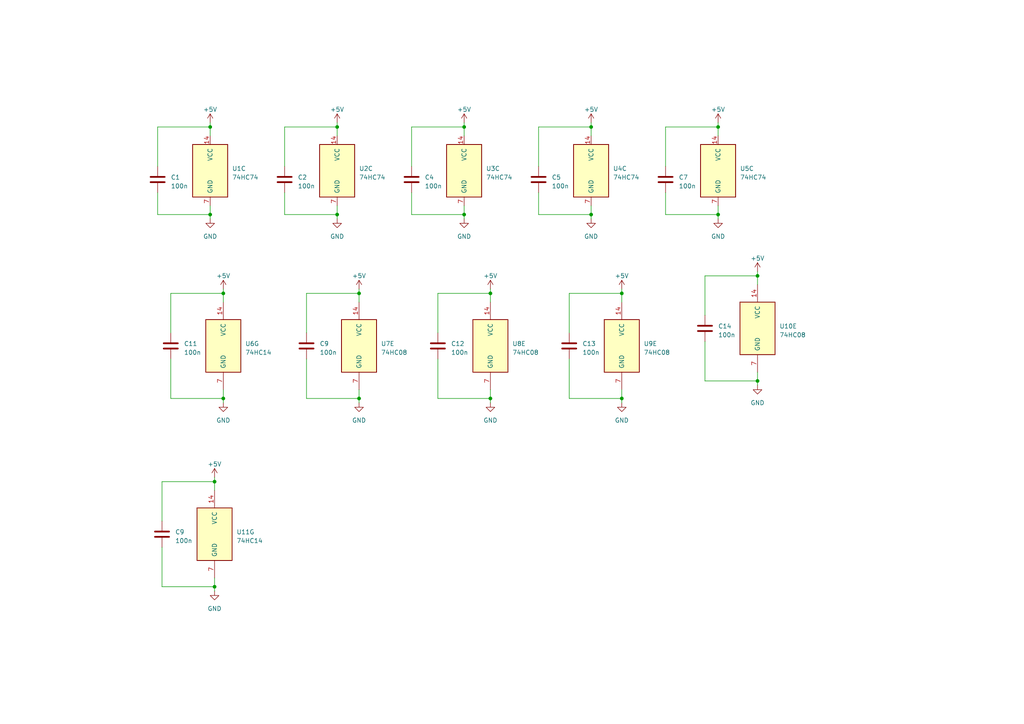
<source format=kicad_sch>
(kicad_sch (version 20230121) (generator eeschema)
  (paper "A4")
  (lib_symbols
    (symbol "74xx:74HC14" (pin_names (offset 1.016))
      (property "Reference" "U" (at 0 1.27 0))
      (property "Value" "74HC14" (at 0 -1.27 0))
      (symbol "74HC14_1_0"
        (polyline (pts (xy -3.81 3.81) (xy -3.81 -3.81) (xy 3.81 0) (xy -3.81 3.81)) (stroke (width 0.254)) (fill (type background)))
        (pin input line (at -7.62 0 0) (length 3.81) (name "~") (number "1"))
        (pin output inverted (at 7.62 0 180) (length 3.81) (name "~") (number "2"))
      )
      (symbol "74HC14_1_1"
        (polyline (pts (xy -1.905 -1.27) (xy -1.905 1.27) (xy -0.635 1.27)))
        (polyline (pts (xy -2.54 -1.27) (xy -0.635 -1.27) (xy -0.635 1.27) (xy 0 1.27)))
      )
      (symbol "74HC14_2_0"
        (polyline (pts (xy -3.81 3.81) (xy -3.81 -3.81) (xy 3.81 0) (xy -3.81 3.81)) (stroke (width 0.254)) (fill (type background)))
        (pin input line (at -7.62 0 0) (length 3.81) (name "~") (number "3"))
        (pin output inverted (at 7.62 0 180) (length 3.81) (name "~") (number "4"))
      )
      (symbol "74HC14_2_1"
        (polyline (pts (xy -1.905 -1.27) (xy -1.905 1.27) (xy -0.635 1.27)))
        (polyline (pts (xy -2.54 -1.27) (xy -0.635 -1.27) (xy -0.635 1.27) (xy 0 1.27)))
      )
      (symbol "74HC14_3_0"
        (polyline (pts (xy -3.81 3.81) (xy -3.81 -3.81) (xy 3.81 0) (xy -3.81 3.81)) (stroke (width 0.254)) (fill (type background)))
        (pin input line (at -7.62 0 0) (length 3.81) (name "~") (number "5"))
        (pin output inverted (at 7.62 0 180) (length 3.81) (name "~") (number "6"))
      )
      (symbol "74HC14_3_1"
        (polyline (pts (xy -1.905 -1.27) (xy -1.905 1.27) (xy -0.635 1.27)))
        (polyline (pts (xy -2.54 -1.27) (xy -0.635 -1.27) (xy -0.635 1.27) (xy 0 1.27)))
      )
      (symbol "74HC14_4_0"
        (polyline (pts (xy -3.81 3.81) (xy -3.81 -3.81) (xy 3.81 0) (xy -3.81 3.81)) (stroke (width 0.254)) (fill (type background)))
        (pin output inverted (at 7.62 0 180) (length 3.81) (name "~") (number "8"))
        (pin input line (at -7.62 0 0) (length 3.81) (name "~") (number "9"))
      )
      (symbol "74HC14_4_1"
        (polyline (pts (xy -1.905 -1.27) (xy -1.905 1.27) (xy -0.635 1.27)))
        (polyline (pts (xy -2.54 -1.27) (xy -0.635 -1.27) (xy -0.635 1.27) (xy 0 1.27)))
      )
      (symbol "74HC14_5_0"
        (polyline (pts (xy -3.81 3.81) (xy -3.81 -3.81) (xy 3.81 0) (xy -3.81 3.81)) (stroke (width 0.254)) (fill (type background)))
        (pin output inverted (at 7.62 0 180) (length 3.81) (name "~") (number "10"))
        (pin input line (at -7.62 0 0) (length 3.81) (name "~") (number "11"))
      )
      (symbol "74HC14_5_1"
        (polyline (pts (xy -1.905 -1.27) (xy -1.905 1.27) (xy -0.635 1.27)))
        (polyline (pts (xy -2.54 -1.27) (xy -0.635 -1.27) (xy -0.635 1.27) (xy 0 1.27)))
      )
      (symbol "74HC14_6_0"
        (polyline (pts (xy -3.81 3.81) (xy -3.81 -3.81) (xy 3.81 0) (xy -3.81 3.81)) (stroke (width 0.254)) (fill (type background)))
        (pin output inverted (at 7.62 0 180) (length 3.81) (name "~") (number "12"))
        (pin input line (at -7.62 0 0) (length 3.81) (name "~") (number "13"))
      )
      (symbol "74HC14_6_1"
        (polyline (pts (xy -1.905 -1.27) (xy -1.905 1.27) (xy -0.635 1.27)))
        (polyline (pts (xy -2.54 -1.27) (xy -0.635 -1.27) (xy -0.635 1.27) (xy 0 1.27)))
      )
      (symbol "74HC14_7_0"
        (pin power_in line (at 0 12.7 270) (length 5.08) (name "VCC") (number "14"))
        (pin power_in line (at 0 -12.7 90) (length 5.08) (name "GND") (number "7"))
      )
      (symbol "74HC14_7_1"
        (rectangle (start -5.08 7.62) (end 5.08 -7.62) (stroke (width 0.254)) (fill (type background)))
      )
    )
    (symbol "74xx:74HC74" (pin_names (offset 1.016))
      (property "Reference" "U" (at -7.62 8.89 0))
      (property "Value" "74HC74" (at -7.62 -8.89 0))
      (symbol "74HC74_1_0"
        (pin input line (at 0 -7.62 90) (length 2.54) (name "~{R}") (number "1"))
        (pin input line (at -7.62 2.54 0) (length 2.54) (name "D") (number "2"))
        (pin input clock (at -7.62 0 0) (length 2.54) (name "C") (number "3"))
        (pin input line (at 0 7.62 270) (length 2.54) (name "~{S}") (number "4"))
        (pin output line (at 7.62 2.54 180) (length 2.54) (name "Q") (number "5"))
        (pin output line (at 7.62 -2.54 180) (length 2.54) (name "~{Q}") (number "6"))
      )
      (symbol "74HC74_1_1"
        (rectangle (start -5.08 5.08) (end 5.08 -5.08) (stroke (width 0.254)) (fill (type background)))
      )
      (symbol "74HC74_2_0"
        (pin input line (at 0 7.62 270) (length 2.54) (name "~{S}") (number "10"))
        (pin input clock (at -7.62 0 0) (length 2.54) (name "C") (number "11"))
        (pin input line (at -7.62 2.54 0) (length 2.54) (name "D") (number "12"))
        (pin input line (at 0 -7.62 90) (length 2.54) (name "~{R}") (number "13"))
        (pin output line (at 7.62 -2.54 180) (length 2.54) (name "~{Q}") (number "8"))
        (pin output line (at 7.62 2.54 180) (length 2.54) (name "Q") (number "9"))
      )
      (symbol "74HC74_2_1"
        (rectangle (start -5.08 5.08) (end 5.08 -5.08) (stroke (width 0.254)) (fill (type background)))
      )
      (symbol "74HC74_3_0"
        (pin power_in line (at 0 10.16 270) (length 2.54) (name "VCC") (number "14"))
        (pin power_in line (at 0 -10.16 90) (length 2.54) (name "GND") (number "7"))
      )
      (symbol "74HC74_3_1"
        (rectangle (start -5.08 7.62) (end 5.08 -7.62) (stroke (width 0.254)) (fill (type background)))
      )
    )
    (symbol "Device:C" (pin_numbers hide) (pin_names (offset 0.254))
      (property "Reference" "C" (at 0.635 2.54 0))
      (property "Value" "C" (at 0.635 -2.54 0))
      (symbol "C_0_1"
        (polyline (pts (xy -2.032 -0.762) (xy 2.032 -0.762)) (stroke (width 0.508)))
        (polyline (pts (xy -2.032 0.762) (xy 2.032 0.762)) (stroke (width 0.508)))
      )
      (symbol "C_1_1"
        (pin passive line (at 0 3.81 270) (length 2.794) (name "~") (number "1"))
        (pin passive line (at 0 -3.81 90) (length 2.794) (name "~") (number "2"))
      )
    )
    (symbol "gates:74HC08" (pin_names (offset 1.016))
      (property "Reference" "U" (at 0 1.27 0))
      (property "Value" "74HC08" (at 0 -1.27 0))
      (symbol "74HC08_1_1"
        (arc (start 0 -3.81) (mid 3.7934 0) (end 0 3.81) (stroke (width 0.254)) (fill (type background)))
        (polyline (pts (xy 0 3.81) (xy -3.81 3.81) (xy -3.81 -3.81) (xy 0 -3.81)) (stroke (width 0.254)) (fill (type background)))
        (pin input line (at -7.62 2.54 0) (length 3.81) (name "~") (number "1"))
        (pin input line (at -7.62 -2.54 0) (length 3.81) (name "~") (number "2"))
        (pin output line (at 7.62 0 180) (length 3.81) (name "~") (number "3"))
      )
      (symbol "74HC08_1_2"
        (arc (start -3.81 -3.81) (mid -2.589 0) (end -3.81 3.81) (stroke (width 0.254)))
        (arc (start -0.6096 -3.81) (mid 2.1842 -2.5851) (end 3.81 0) (stroke (width 0.254)) (fill (type background)))
        (polyline (pts (xy -3.81 -3.81) (xy -0.635 -3.81)) (stroke (width 0.254)) (fill (type background)))
        (polyline (pts (xy -3.81 3.81) (xy -0.635 3.81)) (stroke (width 0.254)) (fill (type background)))
        (polyline (pts (xy -0.635 3.81) (xy -3.81 3.81) (xy -3.81 3.81) (xy -3.556 3.4036) (xy -3.0226 2.2606) (xy -2.6924 1.0414) (xy -2.6162 -0.254) (xy -2.7686 -1.4986) (xy -3.175 -2.7178) (xy -3.81 -3.81) (xy -3.81 -3.81) (xy -0.635 -3.81)) (stroke (width -25.4)) (fill (type background)))
        (arc (start 3.81 0) (mid 2.1915 2.5936) (end -0.6096 3.81) (stroke (width 0.254)) (fill (type background)))
        (pin input inverted (at -7.62 2.54 0) (length 4.318) (name "~") (number "1"))
        (pin input inverted (at -7.62 -2.54 0) (length 4.318) (name "~") (number "2"))
        (pin output inverted (at 7.62 0 180) (length 3.81) (name "~") (number "3"))
      )
      (symbol "74HC08_2_1"
        (arc (start 0 -3.81) (mid 3.7934 0) (end 0 3.81) (stroke (width 0.254)) (fill (type background)))
        (polyline (pts (xy 0 3.81) (xy -3.81 3.81) (xy -3.81 -3.81) (xy 0 -3.81)) (stroke (width 0.254)) (fill (type background)))
        (pin input line (at -7.62 2.54 0) (length 3.81) (name "~") (number "4"))
        (pin input line (at -7.62 -2.54 0) (length 3.81) (name "~") (number "5"))
        (pin output line (at 7.62 0 180) (length 3.81) (name "~") (number "6"))
      )
      (symbol "74HC08_2_2"
        (arc (start -3.81 -3.81) (mid -2.589 0) (end -3.81 3.81) (stroke (width 0.254)))
        (arc (start -0.6096 -3.81) (mid 2.1842 -2.5851) (end 3.81 0) (stroke (width 0.254)) (fill (type background)))
        (polyline (pts (xy -3.81 -3.81) (xy -0.635 -3.81)) (stroke (width 0.254)) (fill (type background)))
        (polyline (pts (xy -3.81 3.81) (xy -0.635 3.81)) (stroke (width 0.254)) (fill (type background)))
        (polyline (pts (xy -0.635 3.81) (xy -3.81 3.81) (xy -3.81 3.81) (xy -3.556 3.4036) (xy -3.0226 2.2606) (xy -2.6924 1.0414) (xy -2.6162 -0.254) (xy -2.7686 -1.4986) (xy -3.175 -2.7178) (xy -3.81 -3.81) (xy -3.81 -3.81) (xy -0.635 -3.81)) (stroke (width -25.4)) (fill (type background)))
        (arc (start 3.81 0) (mid 2.1915 2.5936) (end -0.6096 3.81) (stroke (width 0.254)) (fill (type background)))
        (pin input inverted (at -7.62 2.54 0) (length 4.318) (name "~") (number "4"))
        (pin input inverted (at -7.62 -2.54 0) (length 4.318) (name "~") (number "5"))
        (pin output inverted (at 7.62 0 180) (length 3.81) (name "~") (number "6"))
      )
      (symbol "74HC08_3_1"
        (arc (start 0 -3.81) (mid 3.7934 0) (end 0 3.81) (stroke (width 0.254)) (fill (type background)))
        (polyline (pts (xy 0 3.81) (xy -3.81 3.81) (xy -3.81 -3.81) (xy 0 -3.81)) (stroke (width 0.254)) (fill (type background)))
        (pin input line (at -7.62 -2.54 0) (length 3.81) (name "~") (number "10"))
        (pin output line (at 7.62 0 180) (length 3.81) (name "~") (number "8"))
        (pin input line (at -7.62 2.54 0) (length 3.81) (name "~") (number "9"))
      )
      (symbol "74HC08_3_2"
        (arc (start -3.81 -3.81) (mid -2.589 0) (end -3.81 3.81) (stroke (width 0.254)))
        (arc (start -0.6096 -3.81) (mid 2.1842 -2.5851) (end 3.81 0) (stroke (width 0.254)) (fill (type background)))
        (polyline (pts (xy -3.81 -3.81) (xy -0.635 -3.81)) (stroke (width 0.254)) (fill (type background)))
        (polyline (pts (xy -3.81 3.81) (xy -0.635 3.81)) (stroke (width 0.254)) (fill (type background)))
        (polyline (pts (xy -0.635 3.81) (xy -3.81 3.81) (xy -3.81 3.81) (xy -3.556 3.4036) (xy -3.0226 2.2606) (xy -2.6924 1.0414) (xy -2.6162 -0.254) (xy -2.7686 -1.4986) (xy -3.175 -2.7178) (xy -3.81 -3.81) (xy -3.81 -3.81) (xy -0.635 -3.81)) (stroke (width -25.4)) (fill (type background)))
        (arc (start 3.81 0) (mid 2.1915 2.5936) (end -0.6096 3.81) (stroke (width 0.254)) (fill (type background)))
        (pin input inverted (at -7.62 -2.54 0) (length 4.318) (name "~") (number "10"))
        (pin output inverted (at 7.62 0 180) (length 3.81) (name "~") (number "8"))
        (pin input inverted (at -7.62 2.54 0) (length 4.318) (name "~") (number "9"))
      )
      (symbol "74HC08_4_1"
        (arc (start 0 -3.81) (mid 3.7934 0) (end 0 3.81) (stroke (width 0.254)) (fill (type background)))
        (polyline (pts (xy 0 3.81) (xy -3.81 3.81) (xy -3.81 -3.81) (xy 0 -3.81)) (stroke (width 0.254)) (fill (type background)))
        (pin output line (at 7.62 0 180) (length 3.81) (name "~") (number "11"))
        (pin input line (at -7.62 2.54 0) (length 3.81) (name "~") (number "12"))
        (pin input line (at -7.62 -2.54 0) (length 3.81) (name "~") (number "13"))
      )
      (symbol "74HC08_4_2"
        (arc (start -3.81 -3.81) (mid -2.589 0) (end -3.81 3.81) (stroke (width 0.254)))
        (arc (start -0.6096 -3.81) (mid 2.1842 -2.5851) (end 3.81 0) (stroke (width 0.254)) (fill (type background)))
        (polyline (pts (xy -3.81 -3.81) (xy -0.635 -3.81)) (stroke (width 0.254)) (fill (type background)))
        (polyline (pts (xy -3.81 3.81) (xy -0.635 3.81)) (stroke (width 0.254)) (fill (type background)))
        (polyline (pts (xy -0.635 3.81) (xy -3.81 3.81) (xy -3.81 3.81) (xy -3.556 3.4036) (xy -3.0226 2.2606) (xy -2.6924 1.0414) (xy -2.6162 -0.254) (xy -2.7686 -1.4986) (xy -3.175 -2.7178) (xy -3.81 -3.81) (xy -3.81 -3.81) (xy -0.635 -3.81)) (stroke (width -25.4)) (fill (type background)))
        (arc (start 3.81 0) (mid 2.1915 2.5936) (end -0.6096 3.81) (stroke (width 0.254)) (fill (type background)))
        (pin output inverted (at 7.62 0 180) (length 3.81) (name "~") (number "11"))
        (pin input inverted (at -7.62 2.54 0) (length 4.318) (name "~") (number "12"))
        (pin input inverted (at -7.62 -2.54 0) (length 4.318) (name "~") (number "13"))
      )
      (symbol "74HC08_5_0"
        (pin power_in line (at 0 12.7 270) (length 5.08) (name "VCC") (number "14"))
        (pin power_in line (at 0 -12.7 90) (length 5.08) (name "GND") (number "7"))
      )
      (symbol "74HC08_5_1"
        (rectangle (start -5.08 7.62) (end 5.08 -7.62) (stroke (width 0.254)) (fill (type background)))
      )
    )
    (symbol "power:+5V" (power) (pin_names (offset 0))
      (property "Value" "+5V" (at 0 3.556 0))
      (symbol "+5V_0_1"
        (polyline (pts (xy -0.762 1.27) (xy 0 2.54)))
        (polyline (pts (xy 0 0) (xy 0 2.54)))
        (polyline (pts (xy 0 2.54) (xy 0.762 1.27)))
      )
      (symbol "+5V_1_1"
        (pin power_in line (at 0 0 90) (length 0) hide (name "+5V") (number "1"))
      )
    )
    (symbol "power:GND" (power) (pin_names (offset 0))
      (property "Value" "GND" (at 0 -3.81 0))
      (symbol "GND_0_1"
        (polyline (pts (xy 0 0) (xy 0 -1.27) (xy 1.27 -1.27) (xy 0 -2.54) (xy -1.27 -1.27) (xy 0 -1.27)))
      )
      (symbol "GND_1_1"
        (pin power_in line (at 0 0 270) (length 0) hide (name "GND") (number "1"))
      )
    )
  )
  (junction (at 97.79 36.83))
  (junction (at 219.71 80.01))
  (junction (at 97.79 62.23))
  (junction (at 142.24 115.57))
  (junction (at 104.14 85.09))
  (junction (at 180.34 85.09))
  (junction (at 134.62 36.83))
  (junction (at 60.96 36.83))
  (junction (at 60.96 62.23))
  (junction (at 142.24 85.09))
  (junction (at 219.71 110.49))
  (junction (at 180.34 115.57))
  (junction (at 104.14 115.57))
  (junction (at 171.45 62.23))
  (junction (at 64.77 85.09))
  (junction (at 62.23 170.18))
  (junction (at 62.23 139.7))
  (junction (at 64.77 115.57))
  (junction (at 208.28 62.23))
  (junction (at 208.28 36.83))
  (junction (at 171.45 36.83))
  (junction (at 134.62 62.23))
  (wire (pts (xy 127 85.09) (xy 142.24 85.09)))
  (wire (pts (xy 156.21 36.83) (xy 156.21 48.26)))
  (wire (pts (xy 180.34 83.82) (xy 180.34 85.09)))
  (wire (pts (xy 171.45 59.69) (xy 171.45 62.23)))
  (wire (pts (xy 171.45 62.23) (xy 171.45 63.5)))
  (wire (pts (xy 165.1 85.09) (xy 165.1 96.52)))
  (wire (pts (xy 62.23 170.18) (xy 62.23 171.45)))
  (wire (pts (xy 134.62 36.83) (xy 134.62 39.37)))
  (wire (pts (xy 119.38 36.83) (xy 119.38 48.26)))
  (wire (pts (xy 104.14 85.09) (xy 104.14 87.63)))
  (wire (pts (xy 180.34 113.03) (xy 180.34 115.57)))
  (wire (pts (xy 62.23 139.7) (xy 62.23 142.24)))
  (wire (pts (xy 156.21 36.83) (xy 171.45 36.83)))
  (wire (pts (xy 204.47 80.01) (xy 204.47 91.44)))
  (wire (pts (xy 208.28 36.83) (xy 208.28 39.37)))
  (wire (pts (xy 119.38 62.23) (xy 134.62 62.23)))
  (wire (pts (xy 219.71 78.74) (xy 219.71 80.01)))
  (wire (pts (xy 82.55 36.83) (xy 82.55 48.26)))
  (wire (pts (xy 97.79 59.69) (xy 97.79 62.23)))
  (wire (pts (xy 171.45 35.56) (xy 171.45 36.83)))
  (wire (pts (xy 119.38 36.83) (xy 134.62 36.83)))
  (wire (pts (xy 165.1 115.57) (xy 180.34 115.57)))
  (wire (pts (xy 64.77 83.82) (xy 64.77 85.09)))
  (wire (pts (xy 49.53 104.14) (xy 49.53 115.57)))
  (wire (pts (xy 64.77 115.57) (xy 64.77 116.84)))
  (wire (pts (xy 134.62 62.23) (xy 134.62 63.5)))
  (wire (pts (xy 62.23 167.64) (xy 62.23 170.18)))
  (wire (pts (xy 193.04 36.83) (xy 208.28 36.83)))
  (wire (pts (xy 64.77 113.03) (xy 64.77 115.57)))
  (wire (pts (xy 219.71 80.01) (xy 219.71 82.55)))
  (wire (pts (xy 208.28 35.56) (xy 208.28 36.83)))
  (wire (pts (xy 127 104.14) (xy 127 115.57)))
  (wire (pts (xy 127 115.57) (xy 142.24 115.57)))
  (wire (pts (xy 119.38 55.88) (xy 119.38 62.23)))
  (wire (pts (xy 60.96 62.23) (xy 60.96 63.5)))
  (wire (pts (xy 88.9 85.09) (xy 104.14 85.09)))
  (wire (pts (xy 204.47 80.01) (xy 219.71 80.01)))
  (wire (pts (xy 180.34 115.57) (xy 180.34 116.84)))
  (wire (pts (xy 142.24 113.03) (xy 142.24 115.57)))
  (wire (pts (xy 142.24 85.09) (xy 142.24 87.63)))
  (wire (pts (xy 219.71 110.49) (xy 219.71 111.76)))
  (wire (pts (xy 171.45 36.83) (xy 171.45 39.37)))
  (wire (pts (xy 88.9 85.09) (xy 88.9 96.52)))
  (wire (pts (xy 156.21 62.23) (xy 171.45 62.23)))
  (wire (pts (xy 64.77 85.09) (xy 64.77 87.63)))
  (wire (pts (xy 60.96 36.83) (xy 60.96 39.37)))
  (wire (pts (xy 193.04 36.83) (xy 193.04 48.26)))
  (wire (pts (xy 165.1 104.14) (xy 165.1 115.57)))
  (wire (pts (xy 46.99 158.75) (xy 46.99 170.18)))
  (wire (pts (xy 62.23 138.43) (xy 62.23 139.7)))
  (wire (pts (xy 204.47 110.49) (xy 219.71 110.49)))
  (wire (pts (xy 88.9 104.14) (xy 88.9 115.57)))
  (wire (pts (xy 204.47 99.06) (xy 204.47 110.49)))
  (wire (pts (xy 156.21 55.88) (xy 156.21 62.23)))
  (wire (pts (xy 208.28 59.69) (xy 208.28 62.23)))
  (wire (pts (xy 193.04 55.88) (xy 193.04 62.23)))
  (wire (pts (xy 180.34 85.09) (xy 180.34 87.63)))
  (wire (pts (xy 142.24 83.82) (xy 142.24 85.09)))
  (wire (pts (xy 134.62 35.56) (xy 134.62 36.83)))
  (wire (pts (xy 219.71 107.95) (xy 219.71 110.49)))
  (wire (pts (xy 82.55 62.23) (xy 97.79 62.23)))
  (wire (pts (xy 208.28 62.23) (xy 208.28 63.5)))
  (wire (pts (xy 142.24 115.57) (xy 142.24 116.84)))
  (wire (pts (xy 82.55 36.83) (xy 97.79 36.83)))
  (wire (pts (xy 46.99 170.18) (xy 62.23 170.18)))
  (wire (pts (xy 104.14 83.82) (xy 104.14 85.09)))
  (wire (pts (xy 45.72 36.83) (xy 45.72 48.26)))
  (wire (pts (xy 104.14 115.57) (xy 104.14 116.84)))
  (wire (pts (xy 46.99 139.7) (xy 62.23 139.7)))
  (wire (pts (xy 45.72 36.83) (xy 60.96 36.83)))
  (wire (pts (xy 193.04 62.23) (xy 208.28 62.23)))
  (wire (pts (xy 45.72 62.23) (xy 60.96 62.23)))
  (wire (pts (xy 165.1 85.09) (xy 180.34 85.09)))
  (wire (pts (xy 45.72 55.88) (xy 45.72 62.23)))
  (wire (pts (xy 82.55 55.88) (xy 82.55 62.23)))
  (wire (pts (xy 127 85.09) (xy 127 96.52)))
  (wire (pts (xy 49.53 85.09) (xy 49.53 96.52)))
  (wire (pts (xy 97.79 62.23) (xy 97.79 63.5)))
  (wire (pts (xy 134.62 59.69) (xy 134.62 62.23)))
  (wire (pts (xy 49.53 115.57) (xy 64.77 115.57)))
  (wire (pts (xy 104.14 113.03) (xy 104.14 115.57)))
  (wire (pts (xy 97.79 36.83) (xy 97.79 39.37)))
  (wire (pts (xy 97.79 35.56) (xy 97.79 36.83)))
  (wire (pts (xy 60.96 35.56) (xy 60.96 36.83)))
  (wire (pts (xy 46.99 139.7) (xy 46.99 151.13)))
  (wire (pts (xy 88.9 115.57) (xy 104.14 115.57)))
  (wire (pts (xy 49.53 85.09) (xy 64.77 85.09)))
  (wire (pts (xy 60.96 59.69) (xy 60.96 62.23)))
  (symbol (lib_id "74xx:74HC14") (at 62.23 154.94 0) (unit 7)
    (property "Reference" "U11" (at 68.58 154.305 0) (effects (justify left)))
    (property "Value" "74HC14" (at 68.58 156.845 0) (effects (justify left)))
    (property "Footprint" "Package_SO:SOIC-14_3.9x8.7mm_P1.27mm" (effects hide))
    (property "Datasheet" "http://www.ti.com/lit/gpn/sn74HC14" (effects hide))
    (property "mpn" "C5605" (effects hide))
  )
  (symbol (lib_id "power:GND") (at 104.14 116.84 0) (unit 1)
    (property "Reference" "#PWR053" (effects hide))
    (property "Value" "GND" (at 104.14 121.92 0))
    (instances (project "button10_controller" (path "" (reference "#PWR053") (unit 1)) (path "" (reference "#PWR057") (unit 1))))
  )
  (symbol (lib_id "74xx:74HC74") (at 134.62 49.53 0) (unit 3)
    (property "Reference" "U3" (at 140.97 48.895 0) (effects (justify left)))
    (property "Value" "74HC74" (at 140.97 51.435 0) (effects (justify left)))
    (property "Footprint" "Package_SO:SOIC-14_3.9x8.7mm_P1.27mm" (effects hide))
    (property "Datasheet" "https://www.ti.com/lit/ds/symlink/sn74hc74.pdf" (effects hide))
    (property "mpn" "C27597" (effects hide))
    (instances (project "button10_controller" (path "" (reference "U3") (unit 3)) (path "" (reference "U1") (unit 3))))
  )
  (symbol (lib_id "Device:C") (at 193.04 52.07 0) (unit 1)
    (property "Reference" "C7" (at 196.85 51.435 0) (effects (justify left)))
    (property "Value" "100n" (at 196.85 53.975 0) (effects (justify left)))
    (property "Footprint" "Capacitor_SMD:C_0402_1005Metric" (effects hide))
    (property "Datasheet" "https://datasheet.lcsc.com/lcsc/1810191219_Samsung-Electro-Mechanics-CL05B104KO5NNNC_C1525.pdf" (effects hide))
    (property "mpn" "C1525" (effects hide))
    (instances (project "button10_controller" (path "" (reference "C7") (unit 1)) (path "" (reference "C10") (unit 1))))
  )
  (symbol (lib_id "Device:C") (at 88.9 100.33 0) (unit 1)
    (property "Reference" "C9" (at 92.71 99.695 0) (effects (justify left)))
    (property "Value" "100n" (at 92.71 102.235 0) (effects (justify left)))
    (property "Footprint" "Capacitor_SMD:C_0402_1005Metric" (effects hide))
    (property "Datasheet" "https://datasheet.lcsc.com/lcsc/1810191219_Samsung-Electro-Mechanics-CL05B104KO5NNNC_C1525.pdf" (effects hide))
    (property "mpn" "C1525" (effects hide))
    (instances (project "button10_controller" (path "" (reference "C9") (unit 1)) (path "" (reference "C4") (unit 1))))
  )
  (symbol (lib_id "power:GND") (at 171.45 63.5 0) (unit 1)
    (property "Reference" "#PWR011" (effects hide))
    (property "Value" "GND" (at 171.45 68.58 0))
    (instances (project "button10_controller" (path "" (reference "#PWR011") (unit 1)) (path "" (reference "#PWR012") (unit 1))))
  )
  (symbol (lib_id "power:+5V") (at 142.24 83.82 0) (unit 1)
    (property "Reference" "#PWR054" (effects hide))
    (property "Value" "+5V" (at 142.24 80.01 0))
    (instances (project "button10_controller" (path "" (reference "#PWR054") (unit 1)) (path "" (reference "#PWR053") (unit 1))))
  )
  (symbol (lib_id "Device:C") (at 156.21 52.07 0) (unit 1)
    (property "Reference" "C5" (at 160.02 51.435 0) (effects (justify left)))
    (property "Value" "100n" (at 160.02 53.975 0) (effects (justify left)))
    (property "Footprint" "Capacitor_SMD:C_0402_1005Metric" (effects hide))
    (property "Datasheet" "https://datasheet.lcsc.com/lcsc/1810191219_Samsung-Electro-Mechanics-CL05B104KO5NNNC_C1525.pdf" (effects hide))
    (property "mpn" "C1525" (effects hide))
    (instances (project "button10_controller" (path "" (reference "C5") (unit 1)) (path "" (reference "C3") (unit 1))))
  )
  (symbol (lib_id "Device:C") (at 119.38 52.07 0) (unit 1)
    (property "Reference" "C4" (at 123.19 51.435 0) (effects (justify left)))
    (property "Value" "100n" (at 123.19 53.975 0) (effects (justify left)))
    (property "Footprint" "Capacitor_SMD:C_0402_1005Metric" (effects hide))
    (property "Datasheet" "https://datasheet.lcsc.com/lcsc/1810191219_Samsung-Electro-Mechanics-CL05B104KO5NNNC_C1525.pdf" (effects hide))
    (property "mpn" "C1525" (effects hide))
    (instances (project "button10_controller" (path "" (reference "C4") (unit 1)) (path "" (reference "C1") (unit 1))))
  )
  (symbol (lib_id "power:+5V") (at 180.34 83.82 0) (unit 1)
    (property "Reference" "#PWR056" (effects hide))
    (property "Value" "+5V" (at 180.34 80.01 0))
    (instances (project "button10_controller" (path "" (reference "#PWR056") (unit 1)) (path "" (reference "#PWR054") (unit 1))))
  )
  (symbol (lib_id "74xx:74HC14") (at 64.77 100.33 0) (unit 7)
    (property "Reference" "U6" (at 71.12 99.695 0) (effects (justify left)))
    (property "Value" "74HC14" (at 71.12 102.235 0) (effects (justify left)))
    (property "Footprint" "Package_SO:SOIC-14_3.9x8.7mm_P1.27mm" (effects hide))
    (property "Datasheet" "http://www.ti.com/lit/gpn/sn74HC14" (effects hide))
    (property "mpn" "C5605" (effects hide))
  )
  (symbol (lib_id "power:+5V") (at 60.96 35.56 0) (unit 1)
    (property "Reference" "#PWR01" (effects hide))
    (property "Value" "+5V" (at 60.96 31.75 0))
  )
  (symbol (lib_id "power:+5V") (at 134.62 35.56 0) (unit 1)
    (property "Reference" "#PWR07" (effects hide))
    (property "Value" "+5V" (at 134.62 31.75 0))
    (instances (project "button10_controller" (path "" (reference "#PWR07") (unit 1)) (path "" (reference "#PWR04") (unit 1))))
  )
  (symbol (lib_id "74xx:74HC74") (at 97.79 49.53 0) (unit 3)
    (property "Reference" "U2" (at 104.14 48.895 0) (effects (justify left)))
    (property "Value" "74HC74" (at 104.14 51.435 0) (effects (justify left)))
    (property "Footprint" "Package_SO:SOIC-14_3.9x8.7mm_P1.27mm" (effects hide))
    (property "Datasheet" "https://www.ti.com/lit/ds/symlink/sn74hc74.pdf" (effects hide))
    (property "mpn" "C27597" (effects hide))
    (instances (project "button10_controller" (path "" (reference "U2") (unit 3)) (path "" (reference "U7") (unit 3))))
  )
  (symbol (lib_id "power:+5V") (at 62.23 138.43 0) (unit 1)
    (property "Reference" "#PWR019" (effects hide))
    (property "Value" "+5V" (at 62.23 134.62 0))
    (instances (project "button10_controller" (path "" (reference "#PWR019") (unit 1)) (path "" (reference "#PWR016") (unit 1))))
  )
  (symbol (lib_id "power:GND") (at 62.23 171.45 0) (unit 1)
    (property "Reference" "#PWR053" (effects hide))
    (property "Value" "GND" (at 62.23 176.53 0))
    (instances (project "button10_controller" (path "" (reference "#PWR053") (unit 1)) (path "" (reference "#PWR073") (unit 1))))
  )
  (symbol (lib_id "gates:74HC08") (at 180.34 100.33 0) (unit 5)
    (property "Reference" "U9" (at 186.69 99.695 0) (effects (justify left)))
    (property "Value" "74HC08" (at 186.69 102.235 0) (effects (justify left)))
    (property "Footprint" "Package_SO:SOIC-14_3.9x8.7mm_P1.27mm" (effects hide))
    (property "Datasheet" "http://www.ti.com/lit/gpn/sn74LS08" (effects hide))
    (property "mpn" "C5593" (effects hide))
  )
  (symbol (lib_id "gates:74HC08") (at 219.71 95.25 0) (unit 5)
    (property "Reference" "U10" (at 226.06 94.615 0) (effects (justify left)))
    (property "Value" "74HC08" (at 226.06 97.155 0) (effects (justify left)))
    (property "Footprint" "Package_SO:SOIC-14_3.9x8.7mm_P1.27mm" (effects hide))
    (property "Datasheet" "http://www.ti.com/lit/gpn/sn74LS08" (effects hide))
    (property "mpn" "C5593" (effects hide))
    (instances (project "button10_controller" (path "" (reference "U10") (unit 5)) (path "" (reference "U5") (unit 5))))
  )
  (symbol (lib_id "power:+5V") (at 171.45 35.56 0) (unit 1)
    (property "Reference" "#PWR010" (effects hide))
    (property "Value" "+5V" (at 171.45 31.75 0))
    (instances (project "button10_controller" (path "" (reference "#PWR010") (unit 1)) (path "" (reference "#PWR05") (unit 1))))
  )
  (symbol (lib_id "Device:C") (at 204.47 95.25 0) (unit 1)
    (property "Reference" "C14" (at 208.28 94.615 0) (effects (justify left)))
    (property "Value" "100n" (at 208.28 97.155 0) (effects (justify left)))
    (property "Footprint" "Capacitor_SMD:C_0402_1005Metric" (effects hide))
    (property "Datasheet" "https://datasheet.lcsc.com/lcsc/1810191219_Samsung-Electro-Mechanics-CL05B104KO5NNNC_C1525.pdf" (effects hide))
    (property "mpn" "C1525" (effects hide))
    (instances (project "button10_controller" (path "" (reference "C14") (unit 1)) (path "" (reference "C5") (unit 1))))
  )
  (symbol (lib_id "power:+5V") (at 219.71 78.74 0) (unit 1)
    (property "Reference" "#PWR058" (effects hide))
    (property "Value" "+5V" (at 219.71 74.93 0))
    (instances (project "button10_controller" (path "" (reference "#PWR058") (unit 1)) (path "" (reference "#PWR017") (unit 1))))
  )
  (symbol (lib_id "Device:C") (at 49.53 100.33 0) (unit 1)
    (property "Reference" "C11" (at 53.34 99.695 0) (effects (justify left)))
    (property "Value" "100n" (at 53.34 102.235 0) (effects (justify left)))
    (property "Footprint" "Capacitor_SMD:C_0402_1005Metric" (effects hide))
    (property "Datasheet" "https://datasheet.lcsc.com/lcsc/1810191219_Samsung-Electro-Mechanics-CL05B104KO5NNNC_C1525.pdf" (effects hide))
    (property "mpn" "C1525" (effects hide))
    (instances (project "button10_controller" (path "" (reference "C11") (unit 1)) (path "" (reference "C6") (unit 1))))
  )
  (symbol (lib_id "power:GND") (at 219.71 111.76 0) (unit 1)
    (property "Reference" "#PWR059" (effects hide))
    (property "Value" "GND" (at 219.71 116.84 0))
    (instances (project "button10_controller" (path "" (reference "#PWR059") (unit 1)) (path "" (reference "#PWR055") (unit 1))))
  )
  (symbol (lib_id "74xx:74HC74") (at 208.28 49.53 0) (unit 3)
    (property "Reference" "U5" (at 214.63 48.895 0) (effects (justify left)))
    (property "Value" "74HC74" (at 214.63 51.435 0) (effects (justify left)))
    (property "Footprint" "Package_SO:SOIC-14_3.9x8.7mm_P1.27mm" (effects hide))
    (property "Datasheet" "https://www.ti.com/lit/ds/symlink/sn74hc74.pdf" (effects hide))
    (property "mpn" "C27597" (effects hide))
    (instances (project "button10_controller" (path "" (reference "U5") (unit 3)) (path "" (reference "U8") (unit 3))))
  )
  (symbol (lib_id "power:GND") (at 134.62 63.5 0) (unit 1)
    (property "Reference" "#PWR08" (effects hide))
    (property "Value" "GND" (at 134.62 68.58 0))
    (instances (project "button10_controller" (path "" (reference "#PWR08") (unit 1)) (path "" (reference "#PWR011") (unit 1))))
  )
  (symbol (lib_id "74xx:74HC74") (at 171.45 49.53 0) (unit 3)
    (property "Reference" "U4" (at 177.8 48.895 0) (effects (justify left)))
    (property "Value" "74HC74" (at 177.8 51.435 0) (effects (justify left)))
    (property "Footprint" "Package_SO:SOIC-14_3.9x8.7mm_P1.27mm" (effects hide))
    (property "Datasheet" "https://www.ti.com/lit/ds/symlink/sn74hc74.pdf" (effects hide))
    (property "mpn" "C27597" (effects hide))
    (instances (project "button10_controller" (path "" (reference "U4") (unit 3)) (path "" (reference "U3") (unit 3))))
  )
  (symbol (lib_id "Device:C") (at 82.55 52.07 0) (unit 1)
    (property "Reference" "C2" (at 86.36 51.435 0) (effects (justify left)))
    (property "Value" "100n" (at 86.36 53.975 0) (effects (justify left)))
    (property "Footprint" "Capacitor_SMD:C_0402_1005Metric" (effects hide))
    (property "Datasheet" "https://datasheet.lcsc.com/lcsc/1810191219_Samsung-Electro-Mechanics-CL05B104KO5NNNC_C1525.pdf" (effects hide))
    (property "mpn" "C1525" (effects hide))
    (instances (project "button10_controller" (path "" (reference "C2") (unit 1)) (path "" (reference "C9") (unit 1))))
  )
  (symbol (lib_id "power:GND") (at 208.28 63.5 0) (unit 1)
    (property "Reference" "#PWR013" (effects hide))
    (property "Value" "GND" (at 208.28 68.58 0))
  )
  (symbol (lib_id "power:+5V") (at 97.79 35.56 0) (unit 1)
    (property "Reference" "#PWR04" (effects hide))
    (property "Value" "+5V" (at 97.79 31.75 0))
    (instances (project "button10_controller" (path "" (reference "#PWR04") (unit 1)) (path "" (reference "#PWR02") (unit 1))))
  )
  (symbol (lib_id "power:+5V") (at 64.77 83.82 0) (unit 1)
    (property "Reference" "#PWR017" (effects hide))
    (property "Value" "+5V" (at 64.77 80.01 0))
    (instances (project "button10_controller" (path "" (reference "#PWR017") (unit 1)) (path "" (reference "#PWR018") (unit 1))))
  )
  (symbol (lib_id "power:+5V") (at 104.14 83.82 0) (unit 1)
    (property "Reference" "#PWR019" (effects hide))
    (property "Value" "+5V" (at 104.14 80.01 0))
  )
  (symbol (lib_id "Device:C") (at 45.72 52.07 0) (unit 1)
    (property "Reference" "C1" (at 49.53 51.435 0) (effects (justify left)))
    (property "Value" "100n" (at 49.53 53.975 0) (effects (justify left)))
    (property "Footprint" "Capacitor_SMD:C_0402_1005Metric" (effects hide))
    (property "Datasheet" "https://datasheet.lcsc.com/lcsc/1810191219_Samsung-Electro-Mechanics-CL05B104KO5NNNC_C1525.pdf" (effects hide))
    (property "mpn" "C1525" (effects hide))
    (instances (project "button10_controller" (path "" (reference "C1") (unit 1)) (path "" (reference "C14") (unit 1))))
  )
  (symbol (lib_id "power:GND") (at 60.96 63.5 0) (unit 1)
    (property "Reference" "#PWR02" (effects hide))
    (property "Value" "GND" (at 60.96 68.58 0))
    (instances (project "button10_controller" (path "" (reference "#PWR02") (unit 1)) (path "" (reference "#PWR08") (unit 1))))
  )
  (symbol (lib_id "74xx:74HC74") (at 60.96 49.53 0) (unit 3)
    (property "Reference" "U1" (at 67.31 48.895 0) (effects (justify left)))
    (property "Value" "74HC74" (at 67.31 51.435 0) (effects (justify left)))
    (property "Footprint" "Package_SO:SOIC-14_3.9x8.7mm_P1.27mm" (effects hide))
    (property "Datasheet" "https://www.ti.com/lit/ds/symlink/sn74hc74.pdf" (effects hide))
    (property "mpn" "C27597" (effects hide))
    (instances (project "button10_controller" (path "" (reference "U1") (unit 3)) (path "" (reference "U10") (unit 3))))
  )
  (symbol (lib_id "Device:C") (at 127 100.33 0) (unit 1)
    (property "Reference" "C12" (at 130.81 99.695 0) (effects (justify left)))
    (property "Value" "100n" (at 130.81 102.235 0) (effects (justify left)))
    (property "Footprint" "Capacitor_SMD:C_0402_1005Metric" (effects hide))
    (property "Datasheet" "https://datasheet.lcsc.com/lcsc/1810191219_Samsung-Electro-Mechanics-CL05B104KO5NNNC_C1525.pdf" (effects hide))
    (property "mpn" "C1525" (effects hide))
    (instances (project "button10_controller" (path "" (reference "C12") (unit 1)) (path "" (reference "C2") (unit 1))))
  )
  (symbol (lib_id "power:GND") (at 64.77 116.84 0) (unit 1)
    (property "Reference" "#PWR018" (effects hide))
    (property "Value" "GND" (at 64.77 121.92 0))
    (instances (project "button10_controller" (path "" (reference "#PWR018") (unit 1)) (path "" (reference "#PWR056") (unit 1))))
  )
  (symbol (lib_id "power:GND") (at 180.34 116.84 0) (unit 1)
    (property "Reference" "#PWR057" (effects hide))
    (property "Value" "GND" (at 180.34 121.92 0))
    (instances (project "button10_controller" (path "" (reference "#PWR057") (unit 1)) (path "" (reference "#PWR059") (unit 1))))
  )
  (symbol (lib_id "power:+5V") (at 208.28 35.56 0) (unit 1)
    (property "Reference" "#PWR012" (effects hide))
    (property "Value" "+5V" (at 208.28 31.75 0))
    (instances (project "button10_controller" (path "" (reference "#PWR012") (unit 1)) (path "" (reference "#PWR07") (unit 1))))
  )
  (symbol (lib_id "Device:C") (at 165.1 100.33 0) (unit 1)
    (property "Reference" "C13" (at 168.91 99.695 0) (effects (justify left)))
    (property "Value" "100n" (at 168.91 102.235 0) (effects (justify left)))
    (property "Footprint" "Capacitor_SMD:C_0402_1005Metric" (effects hide))
    (property "Datasheet" "https://datasheet.lcsc.com/lcsc/1810191219_Samsung-Electro-Mechanics-CL05B104KO5NNNC_C1525.pdf" (effects hide))
    (property "mpn" "C1525" (effects hide))
    (instances (project "button10_controller" (path "" (reference "C13") (unit 1)) (path "" (reference "C8") (unit 1))))
  )
  (symbol (lib_id "power:GND") (at 97.79 63.5 0) (unit 1)
    (property "Reference" "#PWR05" (effects hide))
    (property "Value" "GND" (at 97.79 68.58 0))
    (instances (project "button10_controller" (path "" (reference "#PWR05") (unit 1)) (path "" (reference "#PWR010") (unit 1))))
  )
  (symbol (lib_id "gates:74HC08") (at 104.14 100.33 0) (unit 5)
    (property "Reference" "U7" (at 110.49 99.695 0) (effects (justify left)))
    (property "Value" "74HC08" (at 110.49 102.235 0) (effects (justify left)))
    (property "Footprint" "Package_SO:SOIC-14_3.9x8.7mm_P1.27mm" (effects hide))
    (property "Datasheet" "http://www.ti.com/lit/gpn/sn74LS08" (effects hide))
    (property "mpn" "C5593" (effects hide))
    (instances (project "button10_controller" (path "" (reference "U7") (unit 5)) (path "" (reference "U4") (unit 5))))
  )
  (symbol (lib_id "gates:74HC08") (at 142.24 100.33 0) (unit 5)
    (property "Reference" "U8" (at 148.59 99.695 0) (effects (justify left)))
    (property "Value" "74HC08" (at 148.59 102.235 0) (effects (justify left)))
    (property "Footprint" "Package_SO:SOIC-14_3.9x8.7mm_P1.27mm" (effects hide))
    (property "Datasheet" "http://www.ti.com/lit/gpn/sn74LS08" (effects hide))
    (property "mpn" "C5593" (effects hide))
    (instances (project "button10_controller" (path "" (reference "U8") (unit 5)) (path "" (reference "U2") (unit 5))))
  )
  (symbol (lib_id "power:GND") (at 142.24 116.84 0) (unit 1)
    (property "Reference" "#PWR055" (effects hide))
    (property "Value" "GND" (at 142.24 121.92 0))
    (instances (project "button10_controller" (path "" (reference "#PWR055") (unit 1)) (path "" (reference "#PWR058") (unit 1))))
  )
  (symbol (lib_id "Device:C") (at 46.99 154.94 0) (unit 1)
    (property "Reference" "C9" (at 50.8 154.305 0) (effects (justify left)))
    (property "Value" "100n" (at 50.8 156.845 0) (effects (justify left)))
    (property "Footprint" "Capacitor_SMD:C_0402_1005Metric" (effects hide))
    (property "Datasheet" "https://datasheet.lcsc.com/lcsc/1810191219_Samsung-Electro-Mechanics-CL05B104KO5NNNC_C1525.pdf" (effects hide))
    (property "mpn" "C1525" (effects hide))
    (instances (project "button10_controller" (path "" (reference "C9") (unit 1)) (path "" (reference "C15") (unit 1))))
  )
)
</source>
